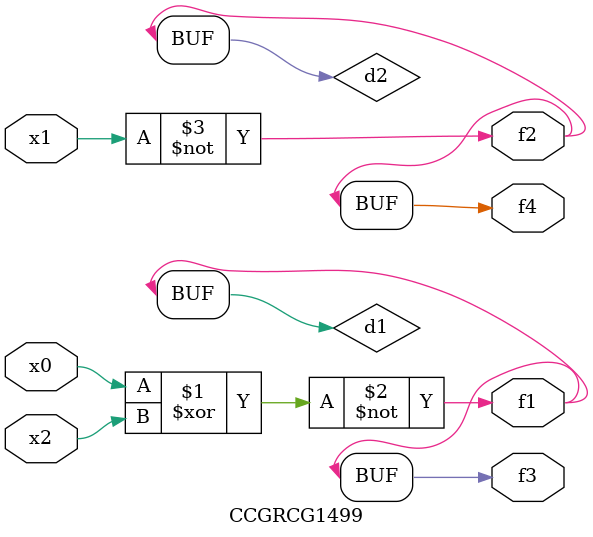
<source format=v>
module CCGRCG1499(
	input x0, x1, x2,
	output f1, f2, f3, f4
);

	wire d1, d2, d3;

	xnor (d1, x0, x2);
	nand (d2, x1);
	nor (d3, x1, x2);
	assign f1 = d1;
	assign f2 = d2;
	assign f3 = d1;
	assign f4 = d2;
endmodule

</source>
